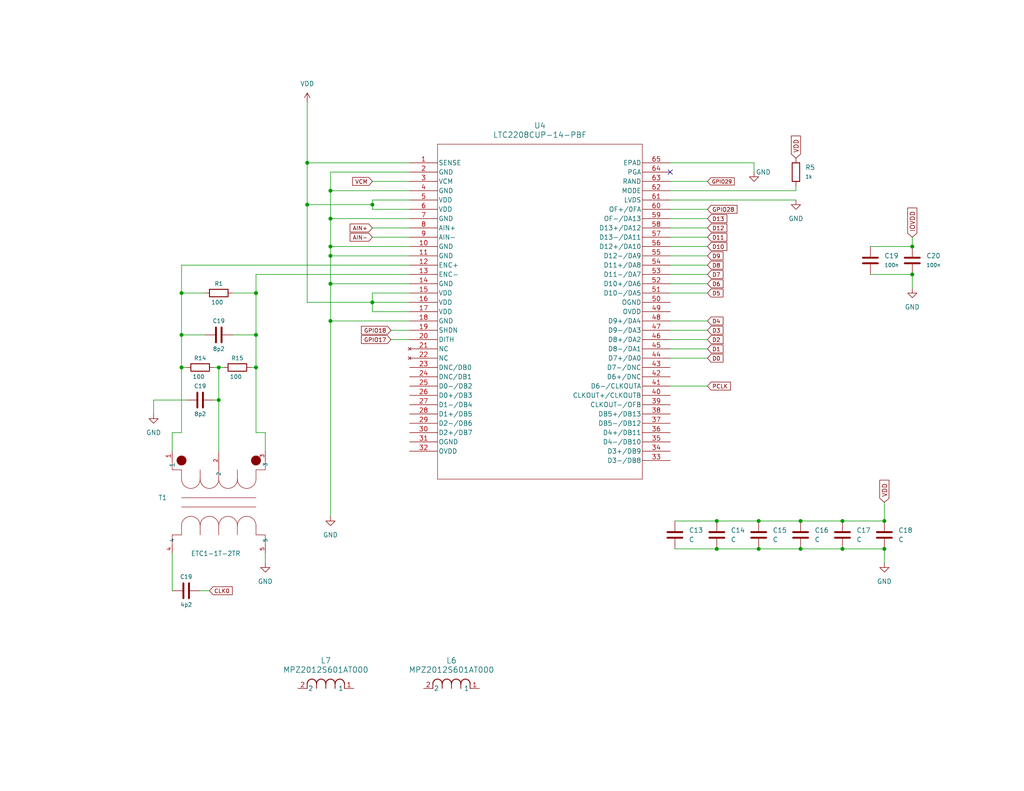
<source format=kicad_sch>
(kicad_sch (version 20230121) (generator eeschema)
  (paper "USLetter")
  (title_block (title "Analog to Digital conversion related components") (date "2023-06-25") (rev "0.1.0"))
  (lib_symbols
    (symbol "Device:C" (pin_numbers hide) (pin_names (offset 0.254))
      (property "Reference" "C" (at 0.635 2.54 0))
      (property "Value" "C" (at 0.635 -2.54 0))
      (symbol "C_0_1"
        (polyline (pts (xy -2.032 -0.762) (xy 2.032 -0.762)) (stroke (width 0.508)))
        (polyline (pts (xy -2.032 0.762) (xy 2.032 0.762)) (stroke (width 0.508)))
      )
      (symbol "C_1_1"
        (pin passive line (at 0 3.81 270) (length 2.794) (name "~") (number "1"))
        (pin passive line (at 0 -3.81 90) (length 2.794) (name "~") (number "2"))
      )
    )
    (symbol "Device:R" (pin_numbers hide) (pin_names (offset 0))
      (property "Reference" "R" (at 2.032 0 90))
      (property "Value" "R" (at 0 0 90))
      (symbol "R_0_1"
        (rectangle (start -1.016 -2.54) (end 1.016 2.54) (stroke (width 0.254)))
      )
      (symbol "R_1_1"
        (pin passive line (at 0 3.81 270) (length 1.27) (name "~") (number "1"))
        (pin passive line (at 0 -3.81 90) (length 1.27) (name "~") (number "2"))
      )
    )
    (symbol "ETC1-1T-2TR_1"
      (property "Reference" "T" (at 12.7 -12.7 0))
      (property "Value" "ETC1-1T-2TR" (at 6.35 -15.24 0))
      (symbol "ETC1-1T-2TR_1_0_1"
        (polyline (pts (xy 0 -10.16) (xy 0 -12.7)) (stroke (width 0.127)))
        (polyline (pts (xy 0 10.16) (xy 0 7.62)) (stroke (width 0.127)))
        (polyline (pts (xy 2.54 -10.16) (xy 0 -10.16)) (stroke (width 0.127)))
        (polyline (pts (xy 2.54 -7.62) (xy 2.54 -10.16)) (stroke (width 0.127)))
        (polyline (pts (xy 2.54 -2.54) (xy 22.86 -2.54)) (stroke (width 0.127)))
        (polyline (pts (xy 2.54 0) (xy 22.86 0)) (stroke (width 0.127)))
        (polyline (pts (xy 2.54 5.08) (xy 2.54 7.62)) (stroke (width 0.127)))
        (polyline (pts (xy 2.54 7.62) (xy 0 7.62)) (stroke (width 0.127)))
        (polyline (pts (xy 7.62 -7.62) (xy 7.62 -10.16)) (stroke (width 0.127)))
        (polyline (pts (xy 7.62 5.08) (xy 7.62 7.62)) (stroke (width 0.127)))
        (polyline (pts (xy 12.7 -7.62) (xy 12.7 -10.16)) (stroke (width 0.127)))
        (polyline (pts (xy 12.7 5.08) (xy 12.7 7.62)) (stroke (width 0.127)))
        (polyline (pts (xy 17.78 -7.62) (xy 17.78 -10.16)) (stroke (width 0.127)))
        (polyline (pts (xy 17.78 5.08) (xy 17.78 7.62)) (stroke (width 0.127)))
        (polyline (pts (xy 22.86 -10.16) (xy 25.4 -10.16)) (stroke (width 0.127)))
        (polyline (pts (xy 22.86 -7.62) (xy 22.86 -10.16)) (stroke (width 0.127)))
        (polyline (pts (xy 22.86 5.08) (xy 22.86 7.62)) (stroke (width 0.127)))
        (polyline (pts (xy 22.86 7.62) (xy 25.4 7.62)) (stroke (width 0.127)))
        (polyline (pts (xy 25.4 -12.7) (xy 25.4 -10.16)) (stroke (width 0.127)))
        (polyline (pts (xy 25.4 10.16) (xy 25.4 7.62)) (stroke (width 0.127)))
        (arc (start 2.54 5.08) (mid 5.08 2.551) (end 7.62 5.08) (stroke (width 0.127)))
        (arc (start 7.62 -7.62) (mid 5.08 -5.091) (end 2.54 -7.62) (stroke (width 0.127)))
        (arc (start 7.62 5.08) (mid 10.16 2.551) (end 12.7 5.08) (stroke (width 0.127)))
        (arc (start 12.7 -7.62) (mid 10.16 -5.091) (end 7.62 -7.62) (stroke (width 0.127)))
        (arc (start 12.7 5.08) (mid 15.24 2.551) (end 17.78 5.08) (stroke (width 0.127)))
        (arc (start 17.78 -7.62) (mid 15.24 -5.091) (end 12.7 -7.62) (stroke (width 0.127)))
        (arc (start 17.78 5.08) (mid 20.32 2.551) (end 22.86 5.08) (stroke (width 0.127)))
        (arc (start 22.86 -7.62) (mid 20.32 -5.091) (end 17.78 -7.62) (stroke (width 0.127)))
      )
      (symbol "ETC1-1T-2TR_1_1_1"
        (circle (center 2.54 10.16) (radius 1.27) (fill (type outline)))
        (circle (center 22.86 10.16) (radius 1.27) (fill (type outline)))
        (pin passive line (at 0 12.7 270) (length 2.54) (name "1") (number "1"))
        (pin passive line (at 12.7 12.7 270) (length 5.08) (name "2") (number "2"))
        (pin passive line (at 25.4 12.7 270) (length 2.54) (name "3") (number "3"))
        (pin passive line (at 0 -15.24 90) (length 2.54) (name "4") (number "4"))
        (pin passive line (at 25.4 -15.24 90) (length 2.54) (name "5") (number "5"))
      )
    )
    (symbol "HF103-redux:LTC2208CUP-14-PBF" (pin_names (offset 0.254))
      (property "Reference" "U" (at 35.56 10.16 0))
      (property "Value" "LTC2208CUP-14-PBF" (at 35.56 7.62 0))
      (symbol "LTC2208CUP-14-PBF_0_1"
        (polyline (pts (xy 7.62 -86.36) (xy 63.5 -86.36)) (stroke (width 0.127)))
        (polyline (pts (xy 7.62 5.08) (xy 7.62 -86.36)) (stroke (width 0.127)))
        (polyline (pts (xy 63.5 -86.36) (xy 63.5 5.08)) (stroke (width 0.127)))
        (polyline (pts (xy 63.5 5.08) (xy 7.62 5.08)) (stroke (width 0.127)))
        (pin input line (at 0 0 0) (length 7.62) (name "SENSE") (number "1"))
        (pin power_in line (at 0 -22.86 0) (length 7.62) (name "GND") (number "10"))
        (pin power_in line (at 0 -25.4 0) (length 7.62) (name "GND") (number "11"))
        (pin input line (at 0 -27.94 0) (length 7.62) (name "ENC+") (number "12"))
        (pin input line (at 0 -30.48 0) (length 7.62) (name "ENC-") (number "13"))
        (pin power_in line (at 0 -33.02 0) (length 7.62) (name "GND") (number "14"))
        (pin power_in line (at 0 -35.56 0) (length 7.62) (name "VDD") (number "15"))
        (pin power_in line (at 0 -38.1 0) (length 7.62) (name "VDD") (number "16"))
        (pin power_in line (at 0 -40.64 0) (length 7.62) (name "VDD") (number "17"))
        (pin power_in line (at 0 -43.18 0) (length 7.62) (name "GND") (number "18"))
        (pin unspecified line (at 0 -45.72 0) (length 7.62) (name "SHDN") (number "19"))
        (pin power_in line (at 0 -2.54 0) (length 7.62) (name "GND") (number "2"))
        (pin unspecified line (at 0 -48.26 0) (length 7.62) (name "DITH") (number "20"))
        (pin no_connect line (at 0 -50.8 0) (length 7.62) (name "NC") (number "21"))
        (pin no_connect line (at 0 -53.34 0) (length 7.62) (name "NC") (number "22"))
        (pin bidirectional line (at 0 -55.88 0) (length 7.62) (name "DNC/DB0") (number "23"))
        (pin bidirectional line (at 0 -58.42 0) (length 7.62) (name "DNC/DB1") (number "24"))
        (pin output line (at 0 -60.96 0) (length 7.62) (name "D0-/DB2") (number "25"))
        (pin output line (at 0 -63.5 0) (length 7.62) (name "D0+/DB3") (number "26"))
        (pin output line (at 0 -66.04 0) (length 7.62) (name "D1-/DB4") (number "27"))
        (pin output line (at 0 -68.58 0) (length 7.62) (name "D1+/DB5") (number "28"))
        (pin output line (at 0 -71.12 0) (length 7.62) (name "D2-/DB6") (number "29"))
        (pin output line (at 0 -5.08 0) (length 7.62) (name "VCM") (number "3"))
        (pin output line (at 0 -73.66 0) (length 7.62) (name "D2+/DB7") (number "30"))
        (pin power_in line (at 0 -76.2 0) (length 7.62) (name "OGND") (number "31"))
        (pin power_in line (at 0 -78.74 0) (length 7.62) (name "OVDD") (number "32"))
        (pin output line (at 71.12 -81.28 180) (length 7.62) (name "D3-/DB8") (number "33"))
        (pin output line (at 71.12 -78.74 180) (length 7.62) (name "D3+/DB9") (number "34"))
        (pin output line (at 71.12 -76.2 180) (length 7.62) (name "D4-/DB10") (number "35"))
        (pin output line (at 71.12 -73.66 180) (length 7.62) (name "D4+/DB11") (number "36"))
        (pin output line (at 71.12 -71.12 180) (length 7.62) (name "DB5-/DB12") (number "37"))
        (pin output line (at 71.12 -68.58 180) (length 7.62) (name "DB5+/DB13") (number "38"))
        (pin output line (at 71.12 -66.04 180) (length 7.62) (name "CLKOUT-/OFB") (number "39"))
        (pin power_in line (at 0 -7.62 0) (length 7.62) (name "GND") (number "4"))
        (pin output line (at 71.12 -63.5 180) (length 7.62) (name "CLKOUT+/CLKOUTB") (number "40"))
        (pin output line (at 71.12 -60.96 180) (length 7.62) (name "D6-/CLKOUTA") (number "41"))
        (pin bidirectional line (at 71.12 -58.42 180) (length 7.62) (name "D6+/DNC") (number "42"))
        (pin bidirectional line (at 71.12 -55.88 180) (length 7.62) (name "D7-/DNC") (number "43"))
        (pin output line (at 71.12 -53.34 180) (length 7.62) (name "D7+/DA0") (number "44"))
        (pin output line (at 71.12 -50.8 180) (length 7.62) (name "D8-/DA1") (number "45"))
        (pin output line (at 71.12 -48.26 180) (length 7.62) (name "D8+/DA2") (number "46"))
        (pin output line (at 71.12 -45.72 180) (length 7.62) (name "D9-/DA3") (number "47"))
        (pin output line (at 71.12 -43.18 180) (length 7.62) (name "D9+/DA4") (number "48"))
        (pin power_in line (at 71.12 -40.64 180) (length 7.62) (name "OVDD") (number "49"))
        (pin power_in line (at 0 -10.16 0) (length 7.62) (name "VDD") (number "5"))
        (pin power_in line (at 71.12 -38.1 180) (length 7.62) (name "OGND") (number "50"))
        (pin output line (at 71.12 -35.56 180) (length 7.62) (name "D10-/DA5") (number "51"))
        (pin output line (at 71.12 -33.02 180) (length 7.62) (name "D10+/DA6") (number "52"))
        (pin output line (at 71.12 -30.48 180) (length 7.62) (name "D11-/DA7") (number "53"))
        (pin output line (at 71.12 -27.94 180) (length 7.62) (name "D11+/DA8") (number "54"))
        (pin output line (at 71.12 -25.4 180) (length 7.62) (name "D12-/DA9") (number "55"))
        (pin output line (at 71.12 -22.86 180) (length 7.62) (name "D12+/DA10") (number "56"))
        (pin output line (at 71.12 -20.32 180) (length 7.62) (name "D13-/DA11") (number "57"))
        (pin output line (at 71.12 -17.78 180) (length 7.62) (name "D13+/DA12") (number "58"))
        (pin output line (at 71.12 -15.24 180) (length 7.62) (name "OF-/DA13") (number "59"))
        (pin power_in line (at 0 -12.7 0) (length 7.62) (name "VDD") (number "6"))
        (pin output line (at 71.12 -12.7 180) (length 7.62) (name "OF+/0FA") (number "60"))
        (pin output line (at 71.12 -10.16 180) (length 7.62) (name "LVDS") (number "61"))
        (pin output line (at 71.12 -7.62 180) (length 7.62) (name "MODE") (number "62"))
        (pin output line (at 71.12 -5.08 180) (length 7.62) (name "RAND") (number "63"))
        (pin input line (at 71.12 -2.54 180) (length 7.62) (name "PGA") (number "64"))
        (pin unspecified line (at 71.12 0 180) (length 7.62) (name "EPAD") (number "65"))
        (pin power_in line (at 0 -15.24 0) (length 7.62) (name "GND") (number "7"))
        (pin input line (at 0 -17.78 0) (length 7.62) (name "AIN+") (number "8"))
        (pin input line (at 0 -20.32 0) (length 7.62) (name "AIN-") (number "9"))
      )
    )
    (symbol "MPZ2012S601AT000:MPZ2012S601AT000" (pin_names (offset 0.254))
      (property "Reference" "L" (at 6.985 5.08 0))
      (property "Value" "MPZ2012S601AT000" (at 6.985 -2.54 0))
      (symbol "MPZ2012S601AT000_1_1"
        (polyline (pts (xy 2.54 0) (xy 2.54 1.27)) (stroke (width 0.2032)))
        (polyline (pts (xy 5.08 0) (xy 5.08 1.27)) (stroke (width 0.2032)))
        (polyline (pts (xy 7.62 0) (xy 7.62 1.27)) (stroke (width 0.2032)))
        (polyline (pts (xy 10.16 0) (xy 10.16 1.27)) (stroke (width 0.2032)))
        (polyline (pts (xy 12.7 0) (xy 12.7 1.27)) (stroke (width 0.2032)))
        (arc (start 5.08 1.27) (mid 3.81 2.5345) (end 2.54 1.27) (stroke (width 0.254)))
        (arc (start 7.62 1.27) (mid 6.35 2.5345) (end 5.08 1.27) (stroke (width 0.254)))
        (arc (start 10.16 1.27) (mid 8.89 2.5345) (end 7.62 1.27) (stroke (width 0.254)))
        (arc (start 12.7 1.27) (mid 11.43 2.5345) (end 10.16 1.27) (stroke (width 0.254)))
        (pin unspecified line (at 15.24 0 180) (length 2.54) (name "1") (number "1"))
        (pin unspecified line (at 0 0 0) (length 2.54) (name "2") (number "2"))
      )
      (symbol "MPZ2012S601AT000_1_2"
        (arc (start -1.27 5.08) (mid -2.5345 3.81) (end -1.27 2.54) (stroke (width 0.254)))
        (arc (start -1.27 7.62) (mid -2.5345 6.35) (end -1.27 5.08) (stroke (width 0.254)))
        (arc (start -1.27 10.16) (mid -2.5345 8.89) (end -1.27 7.62) (stroke (width 0.254)))
        (arc (start -1.27 12.7) (mid -2.5345 11.43) (end -1.27 10.16) (stroke (width 0.254)))
        (polyline (pts (xy 0 2.54) (xy -1.27 2.54)) (stroke (width 0.2032)))
        (polyline (pts (xy 0 5.08) (xy -1.27 5.08)) (stroke (width 0.2032)))
        (polyline (pts (xy 0 7.62) (xy -1.27 7.62)) (stroke (width 0.2032)))
        (polyline (pts (xy 0 10.16) (xy -1.27 10.16)) (stroke (width 0.2032)))
        (polyline (pts (xy 0 12.7) (xy -1.27 12.7)) (stroke (width 0.2032)))
        (pin unspecified line (at 0 15.24 270) (length 2.54) (name "1") (number "1"))
        (pin unspecified line (at 0 0 90) (length 2.54) (name "2") (number "2"))
      )
    )
    (symbol "power:GND" (power) (pin_names (offset 0))
      (property "Value" "GND" (at 0 -3.81 0))
      (symbol "GND_0_1"
        (polyline (pts (xy 0 0) (xy 0 -1.27) (xy 1.27 -1.27) (xy 0 -2.54) (xy -1.27 -1.27) (xy 0 -1.27)))
      )
      (symbol "GND_1_1"
        (pin power_in line (at 0 0 270) (length 0) hide (name "GND") (number "1"))
      )
    )
    (symbol "power:VDD" (power) (pin_names (offset 0))
      (property "Value" "VDD" (at 0 3.81 0))
      (symbol "VDD_0_1"
        (polyline (pts (xy -0.762 1.27) (xy 0 2.54)))
        (polyline (pts (xy 0 0) (xy 0 2.54)))
        (polyline (pts (xy 0 2.54) (xy 0.762 1.27)))
      )
      (symbol "VDD_1_1"
        (pin power_in line (at 0 0 90) (length 0) hide (name "VDD") (number "1"))
      )
    )
  )
  (junction (at 101.6 82.55))
  (junction (at 207.01 142.24))
  (junction (at 69.85 80.01))
  (junction (at 218.44 149.86))
  (junction (at 69.85 91.44))
  (junction (at 49.53 100.33))
  (junction (at 248.92 74.93))
  (junction (at 229.87 142.24))
  (junction (at 69.85 100.33))
  (junction (at 218.44 142.24))
  (junction (at 90.17 52.07))
  (junction (at 90.17 77.47))
  (junction (at 248.92 67.31))
  (junction (at 101.6 55.88))
  (junction (at 59.69 109.22))
  (junction (at 229.87 149.86))
  (junction (at 49.53 80.01))
  (junction (at 90.17 59.69))
  (junction (at 207.01 149.86))
  (junction (at 195.58 142.24))
  (junction (at 90.17 69.85))
  (junction (at 241.3 142.24))
  (junction (at 59.69 100.33))
  (junction (at 195.58 149.86))
  (junction (at 83.82 55.88))
  (junction (at 90.17 87.63))
  (junction (at 241.3 149.86))
  (junction (at 90.17 67.31))
  (junction (at 49.53 91.44))
  (junction (at 83.82 44.45))
  (no_connect (at 182.88 46.99))
  (wire (pts (xy 83.82 55.88) (xy 83.82 82.55)))
  (wire (pts (xy 101.6 49.53) (xy 111.76 49.53)))
  (wire (pts (xy 101.6 54.61) (xy 101.6 55.88)))
  (wire (pts (xy 101.6 85.09) (xy 111.76 85.09)))
  (wire (pts (xy 207.01 142.24) (xy 218.44 142.24)))
  (wire (pts (xy 41.91 109.22) (xy 41.91 113.03)))
  (wire (pts (xy 46.99 118.11) (xy 46.99 123.19)))
  (wire (pts (xy 72.39 151.13) (xy 72.39 153.67)))
  (wire (pts (xy 182.88 87.63) (xy 193.04 87.63)))
  (wire (pts (xy 101.6 64.77) (xy 111.76 64.77)))
  (wire (pts (xy 101.6 82.55) (xy 101.6 85.09)))
  (wire (pts (xy 101.6 54.61) (xy 111.76 54.61)))
  (wire (pts (xy 90.17 67.31) (xy 90.17 59.69)))
  (wire (pts (xy 217.17 50.8) (xy 217.17 52.07)))
  (wire (pts (xy 59.69 100.33) (xy 60.96 100.33)))
  (wire (pts (xy 182.88 54.61) (xy 217.17 54.61)))
  (wire (pts (xy 69.85 80.01) (xy 69.85 91.44)))
  (wire (pts (xy 182.88 92.71) (xy 193.04 92.71)))
  (wire (pts (xy 182.88 69.85) (xy 193.04 69.85)))
  (wire (pts (xy 90.17 140.97) (xy 90.17 87.63)))
  (wire (pts (xy 182.88 52.07) (xy 217.17 52.07)))
  (wire (pts (xy 101.6 80.01) (xy 101.6 82.55)))
  (wire (pts (xy 184.15 149.86) (xy 195.58 149.86)))
  (wire (pts (xy 83.82 44.45) (xy 111.76 44.45)))
  (wire (pts (xy 182.88 97.79) (xy 193.04 97.79)))
  (wire (pts (xy 182.88 90.17) (xy 193.04 90.17)))
  (wire (pts (xy 49.53 100.33) (xy 50.8 100.33)))
  (wire (pts (xy 59.69 109.22) (xy 59.69 123.19)))
  (wire (pts (xy 54.61 161.29) (xy 57.15 161.29)))
  (wire (pts (xy 182.88 95.25) (xy 193.04 95.25)))
  (wire (pts (xy 90.17 67.31) (xy 111.76 67.31)))
  (wire (pts (xy 195.58 142.24) (xy 207.01 142.24)))
  (wire (pts (xy 248.92 64.77) (xy 248.92 67.31)))
  (wire (pts (xy 207.01 149.86) (xy 218.44 149.86)))
  (wire (pts (xy 83.82 27.94) (xy 83.82 44.45)))
  (wire (pts (xy 184.15 142.24) (xy 195.58 142.24)))
  (wire (pts (xy 90.17 87.63) (xy 111.76 87.63)))
  (wire (pts (xy 69.85 100.33) (xy 69.85 118.11)))
  (wire (pts (xy 218.44 149.86) (xy 229.87 149.86)))
  (wire (pts (xy 241.3 149.86) (xy 241.3 153.67)))
  (wire (pts (xy 218.44 142.24) (xy 229.87 142.24)))
  (wire (pts (xy 90.17 87.63) (xy 90.17 77.47)))
  (wire (pts (xy 182.88 62.23) (xy 193.04 62.23)))
  (wire (pts (xy 90.17 52.07) (xy 90.17 46.99)))
  (wire (pts (xy 101.6 55.88) (xy 101.6 57.15)))
  (wire (pts (xy 182.88 77.47) (xy 193.04 77.47)))
  (wire (pts (xy 90.17 69.85) (xy 111.76 69.85)))
  (wire (pts (xy 241.3 137.16) (xy 241.3 142.24)))
  (wire (pts (xy 90.17 52.07) (xy 111.76 52.07)))
  (wire (pts (xy 111.76 72.39) (xy 49.53 72.39)))
  (wire (pts (xy 90.17 59.69) (xy 111.76 59.69)))
  (wire (pts (xy 90.17 69.85) (xy 90.17 67.31)))
  (wire (pts (xy 182.88 80.01) (xy 193.04 80.01)))
  (wire (pts (xy 49.53 91.44) (xy 49.53 100.33)))
  (wire (pts (xy 90.17 77.47) (xy 111.76 77.47)))
  (wire (pts (xy 182.88 57.15) (xy 193.04 57.15)))
  (wire (pts (xy 182.88 74.93) (xy 193.04 74.93)))
  (wire (pts (xy 182.88 64.77) (xy 193.04 64.77)))
  (wire (pts (xy 106.68 90.17) (xy 111.76 90.17)))
  (wire (pts (xy 182.88 44.45) (xy 205.74 44.45)))
  (wire (pts (xy 106.68 92.71) (xy 111.76 92.71)))
  (wire (pts (xy 72.39 118.11) (xy 72.39 123.19)))
  (wire (pts (xy 46.99 118.11) (xy 49.53 118.11)))
  (wire (pts (xy 63.5 80.01) (xy 69.85 80.01)))
  (wire (pts (xy 58.42 109.22) (xy 59.69 109.22)))
  (wire (pts (xy 229.87 149.86) (xy 241.3 149.86)))
  (wire (pts (xy 50.8 109.22) (xy 41.91 109.22)))
  (wire (pts (xy 69.85 91.44) (xy 69.85 100.33)))
  (wire (pts (xy 83.82 55.88) (xy 101.6 55.88)))
  (wire (pts (xy 90.17 59.69) (xy 90.17 52.07)))
  (wire (pts (xy 90.17 46.99) (xy 111.76 46.99)))
  (wire (pts (xy 248.92 74.93) (xy 248.92 78.74)))
  (wire (pts (xy 63.5 91.44) (xy 69.85 91.44)))
  (wire (pts (xy 101.6 57.15) (xy 111.76 57.15)))
  (wire (pts (xy 237.49 67.31) (xy 248.92 67.31)))
  (wire (pts (xy 111.76 74.93) (xy 69.85 74.93)))
  (wire (pts (xy 46.99 151.13) (xy 46.99 161.29)))
  (wire (pts (xy 237.49 74.93) (xy 248.92 74.93)))
  (wire (pts (xy 49.53 80.01) (xy 49.53 91.44)))
  (wire (pts (xy 49.53 91.44) (xy 55.88 91.44)))
  (wire (pts (xy 182.88 59.69) (xy 193.04 59.69)))
  (wire (pts (xy 101.6 82.55) (xy 111.76 82.55)))
  (wire (pts (xy 101.6 80.01) (xy 111.76 80.01)))
  (wire (pts (xy 182.88 49.53) (xy 193.04 49.53)))
  (wire (pts (xy 49.53 80.01) (xy 55.88 80.01)))
  (wire (pts (xy 68.58 100.33) (xy 69.85 100.33)))
  (wire (pts (xy 205.74 44.45) (xy 205.74 46.99)))
  (wire (pts (xy 69.85 74.93) (xy 69.85 80.01)))
  (wire (pts (xy 101.6 62.23) (xy 111.76 62.23)))
  (wire (pts (xy 90.17 77.47) (xy 90.17 69.85)))
  (wire (pts (xy 59.69 100.33) (xy 59.69 109.22)))
  (wire (pts (xy 49.53 72.39) (xy 49.53 80.01)))
  (wire (pts (xy 195.58 149.86) (xy 207.01 149.86)))
  (wire (pts (xy 229.87 142.24) (xy 241.3 142.24)))
  (wire (pts (xy 182.88 67.31) (xy 193.04 67.31)))
  (wire (pts (xy 182.88 72.39) (xy 193.04 72.39)))
  (wire (pts (xy 182.88 105.41) (xy 193.04 105.41)))
  (wire (pts (xy 83.82 44.45) (xy 83.82 55.88)))
  (wire (pts (xy 69.85 118.11) (xy 72.39 118.11)))
  (wire (pts (xy 83.82 82.55) (xy 101.6 82.55)))
  (wire (pts (xy 49.53 100.33) (xy 49.53 118.11)))
  (wire (pts (xy 58.42 100.33) (xy 59.69 100.33)))
  (global_label "D7" (shape input) (at 193.04 74.93 0) (effects (font (size 1.1 1.1))) (property "Intersheetrefs" "${INTERSHEET_REFS}" (effects hide)))
  (global_label "D11" (shape input) (at 193.04 64.77 0) (effects (font (size 1.1 1.1))) (property "Intersheetrefs" "${INTERSHEET_REFS}" (effects hide)))
  (global_label "D0" (shape input) (at 193.04 97.79 0) (effects (font (size 1.1 1.1))) (property "Intersheetrefs" "${INTERSHEET_REFS}" (effects hide)))
  (global_label "IOVDD" (shape input) (at 248.92 64.77 90) (property "Intersheetrefs" "${INTERSHEET_REFS}" (effects hide)))
  (global_label "D8" (shape input) (at 193.04 72.39 0) (effects (font (size 1.1 1.1))) (property "Intersheetrefs" "${INTERSHEET_REFS}" (effects hide)))
  (global_label "D2" (shape input) (at 193.04 92.71 0) (effects (font (size 1.1 1.1))) (property "Intersheetrefs" "${INTERSHEET_REFS}" (effects hide)))
  (global_label "GPIO29" (shape input) (at 193.04 49.53 0) (effects (font (size 1 1))) (property "Intersheetrefs" "${INTERSHEET_REFS}" (effects hide)))
  (global_label "D4" (shape input) (at 193.04 87.63 0) (effects (font (size 1.1 1.1))) (property "Intersheetrefs" "${INTERSHEET_REFS}" (effects hide)))
  (global_label "VDD" (shape input) (at 241.3 137.16 90) (property "Intersheetrefs" "${INTERSHEET_REFS}" (effects hide)))
  (global_label "VCM" (shape input) (at 101.6 49.53 180) (effects (font (size 1.1 1.1))) (property "Intersheetrefs" "${INTERSHEET_REFS}" (effects hide)))
  (global_label "D13" (shape input) (at 193.04 59.69 0) (effects (font (size 1.1 1.1))) (property "Intersheetrefs" "${INTERSHEET_REFS}" (effects hide)))
  (global_label "D3" (shape input) (at 193.04 90.17 0) (effects (font (size 1.1 1.1))) (property "Intersheetrefs" "${INTERSHEET_REFS}" (effects hide)))
  (global_label "CLK0" (shape input) (at 57.15 161.29 0) (effects (font (size 1.1 1.1))) (property "Intersheetrefs" "${INTERSHEET_REFS}" (effects hide)))
  (global_label "D12" (shape input) (at 193.04 62.23 0) (effects (font (size 1.1 1.1))) (property "Intersheetrefs" "${INTERSHEET_REFS}" (effects hide)))
  (global_label "GPIO17" (shape input) (at 106.68 92.71 180) (effects (font (size 1.1 1.1))) (property "Intersheetrefs" "${INTERSHEET_REFS}" (effects hide)))
  (global_label "AIN-" (shape input) (at 101.6 64.77 180) (effects (font (size 1.1 1.1))) (property "Intersheetrefs" "${INTERSHEET_REFS}" (effects hide)))
  (global_label "VDD" (shape input) (at 217.17 43.18 90) (property "Intersheetrefs" "${INTERSHEET_REFS}" (effects hide)))
  (global_label "D1" (shape input) (at 193.04 95.25 0) (effects (font (size 1.1 1.1))) (property "Intersheetrefs" "${INTERSHEET_REFS}" (effects hide)))
  (global_label "GPIO28" (shape input) (at 193.04 57.15 0) (effects (font (size 1.1 1.1))) (property "Intersheetrefs" "${INTERSHEET_REFS}" (effects hide)))
  (global_label "D10" (shape input) (at 193.04 67.31 0) (effects (font (size 1.1 1.1))) (property "Intersheetrefs" "${INTERSHEET_REFS}" (effects hide)))
  (global_label "PCLK" (shape input) (at 193.04 105.41 0) (effects (font (size 1.1 1.1))) (property "Intersheetrefs" "${INTERSHEET_REFS}" (effects hide)))
  (global_label "D9" (shape input) (at 193.04 69.85 0) (effects (font (size 1.1 1.1))) (property "Intersheetrefs" "${INTERSHEET_REFS}" (effects hide)))
  (global_label "GPIO18" (shape input) (at 106.68 90.17 180) (effects (font (size 1.1 1.1))) (property "Intersheetrefs" "${INTERSHEET_REFS}" (effects hide)))
  (global_label "D5" (shape input) (at 193.04 80.01 0) (effects (font (size 1.1 1.1))) (property "Intersheetrefs" "${INTERSHEET_REFS}" (effects hide)))
  (global_label "AIN+" (shape input) (at 101.6 62.23 180) (effects (font (size 1.1 1.1))) (property "Intersheetrefs" "${INTERSHEET_REFS}" (effects hide)))
  (global_label "D6" (shape input) (at 193.04 77.47 0) (effects (font (size 1.1 1.1))) (property "Intersheetrefs" "${INTERSHEET_REFS}" (effects hide)))
  (symbol (lib_id "Device:R") (at 54.61 100.33 90) (unit 1)
    (property "Reference" "R14" (at 54.61 97.79 90) (effects (font (size 1.1 1.1))))
    (property "Value" "100 " (at 54.61 102.87 90) (effects (font (size 1.1 1.1))))
    (property "Footprint" "Resistor_SMD:R_0612_1632Metric" (effects hide))
  )
  (symbol (lib_id "Device:C") (at 229.87 146.05 0) (unit 1)
    (property "Reference" "C17" (at 233.68 144.78 0) (effects (justify left)))
    (property "Value" "C" (at 233.68 147.32 0) (effects (justify left)))
    (property "Footprint" "Capacitor_SMD:C_0805_2012Metric_Pad1.18x1.45mm_HandSolder" (effects hide))
  )
  (symbol (lib_id "MPZ2012S601AT000:MPZ2012S601AT000") (at 81.28 187.96 0) (unit 1)
    (property "Reference" "L7" (at 88.9 180.34 0) (effects (font (size 1.524 1.524))))
    (property "Value" "MPZ2012S601AT000" (at 88.9 182.88 0) (effects (font (size 1.524 1.524))))
    (property "Footprint" "IND_2012_TDK" (effects hide))
    (property "Datasheet" "MPZ2012S601AT000" (effects hide))
  )
  (symbol (lib_id "Device:C") (at 237.49 71.12 0) (unit 1)
    (property "Reference" "C19" (at 241.3 69.85 0) (effects (justify left)))
    (property "Value" "100n" (at 241.3 72.3899 0) (effects (font (size 1 1)) (justify left)))
    (property "Footprint" "Capacitor_SMD:C_0805_2012Metric_Pad1.18x1.45mm_HandSolder" (effects hide))
    (instances (project "HF103-redux" (path "" (reference "C19") (unit 1)) (path "" (reference "C65") (unit 1))))
  )
  (symbol (lib_id "Device:C") (at 195.58 146.05 0) (unit 1)
    (property "Reference" "C14" (at 199.39 144.78 0) (effects (justify left)))
    (property "Value" "C" (at 199.39 147.32 0) (effects (justify left)))
    (property "Footprint" "Capacitor_SMD:C_0805_2012Metric_Pad1.18x1.45mm_HandSolder" (effects hide))
  )
  (symbol (lib_id "Device:C") (at 59.69 91.44 90) (unit 1)
    (property "Reference" "C19" (at 59.69 87.63 90) (effects (font (size 1.1 1.1))))
    (property "Value" "8p2" (at 59.69 95.25 90) (effects (font (size 1.1 1.1))))
    (property "Footprint" "Capacitor_SMD:C_0805_2012Metric_Pad1.18x1.45mm_HandSolder" (effects hide))
    (instances (project "HF103-redux" (path "" (reference "C19") (unit 1)) (path "" (reference "C48") (unit 1))))
  )
  (symbol (lib_id "power:GND") (at 72.39 153.67 0) (unit 1)
    (property "Reference" "#PWR033" (effects hide))
    (property "Value" "GND" (at 72.39 158.75 0))
  )
  (symbol (lib_id "power:GND") (at 248.92 78.74 0) (unit 1)
    (property "Reference" "#PWR020" (effects hide))
    (property "Value" "GND" (at 248.92 83.82 0))
    (instances (project "HF103-redux" (path "" (reference "#PWR020") (unit 1)) (path "" (reference "#PWR021") (unit 1))))
  )
  (symbol (lib_id "Device:C") (at 207.01 146.05 0) (unit 1)
    (property "Reference" "C15" (at 210.82 144.78 0) (effects (justify left)))
    (property "Value" "C" (at 210.82 147.32 0) (effects (justify left)))
    (property "Footprint" "Capacitor_SMD:C_0805_2012Metric_Pad1.18x1.45mm_HandSolder" (effects hide))
  )
  (symbol (lib_id "Device:R") (at 59.69 80.01 90) (unit 1)
    (property "Reference" "R1" (at 59.69 77.47 90) (effects (font (size 1.1 1.1))))
    (property "Value" "100 " (at 59.69 82.55 90) (effects (font (size 1.1 1.1))))
    (property "Footprint" "Resistor_SMD:R_0612_1632Metric" (effects hide))
  )
  (symbol (lib_id "Device:R") (at 64.77 100.33 90) (unit 1)
    (property "Reference" "R15" (at 64.77 97.79 90) (effects (font (size 1.1 1.1))))
    (property "Value" "100 " (at 64.77 102.87 90) (effects (font (size 1.1 1.1))))
    (property "Footprint" "Resistor_SMD:R_0612_1632Metric" (effects hide))
  )
  (symbol (lib_id "power:GND") (at 241.3 153.67 0) (unit 1)
    (property "Reference" "#PWR018" (effects hide))
    (property "Value" "GND" (at 241.3 158.75 0))
  )
  (symbol (lib_id "Device:C") (at 54.61 109.22 90) (unit 1)
    (property "Reference" "C19" (at 54.61 105.41 90) (effects (font (size 1.1 1.1))))
    (property "Value" "8p2" (at 54.61 113.03 90) (effects (font (size 1.1 1.1))))
    (property "Footprint" "Capacitor_SMD:C_0805_2012Metric_Pad1.18x1.45mm_HandSolder" (effects hide))
    (instances (project "HF103-redux" (path "" (reference "C19") (unit 1)) (path "" (reference "C49") (unit 1))))
  )
  (symbol (lib_id "Device:C") (at 50.8 161.29 90) (unit 1)
    (property "Reference" "C19" (at 50.8 157.48 90) (effects (font (size 1.1 1.1))))
    (property "Value" "4p2" (at 50.8 165.1 90) (effects (font (size 1.1 1.1))))
    (property "Footprint" "Capacitor_SMD:C_0805_2012Metric_Pad1.18x1.45mm_HandSolder" (effects hide))
    (instances (project "HF103-redux" (path "" (reference "C19") (unit 1)) (path "" (reference "C51") (unit 1))))
  )
  (symbol (lib_id "Device:R") (at 217.17 46.99 0) (unit 1)
    (property "Reference" "R5" (at 219.71 45.72 0) (effects (justify left)))
    (property "Value" "1k" (at 219.71 48.26 0) (effects (font (size 1 1)) (justify left)))
    (property "Footprint" "Resistor_SMD:R_0603_1608Metric_Pad0.98x0.95mm_HandSolder" (effects hide))
  )
  (symbol (lib_id "MPZ2012S601AT000:MPZ2012S601AT000") (at 115.57 187.96 0) (unit 1)
    (property "Reference" "L6" (at 123.19 180.34 0) (effects (font (size 1.524 1.524))))
    (property "Value" "MPZ2012S601AT000" (at 123.19 182.88 0) (effects (font (size 1.524 1.524))))
    (property "Footprint" "IND_2012_TDK" (effects hide))
    (property "Datasheet" "MPZ2012S601AT000" (effects hide))
  )
  (symbol (lib_id "Device:C") (at 218.44 146.05 0) (unit 1)
    (property "Reference" "C16" (at 222.25 144.78 0) (effects (justify left)))
    (property "Value" "C" (at 222.25 147.32 0) (effects (justify left)))
    (property "Footprint" "Capacitor_SMD:C_0805_2012Metric_Pad1.18x1.45mm_HandSolder" (effects hide))
  )
  (symbol (lib_id "power:GND") (at 90.17 140.97 0) (unit 1)
    (property "Reference" "#PWR022" (effects hide))
    (property "Value" "GND" (at 90.17 146.05 0))
  )
  (symbol (lib_id "Device:C") (at 184.15 146.05 0) (unit 1)
    (property "Reference" "C13" (at 187.96 144.78 0) (effects (justify left)))
    (property "Value" "C" (at 187.96 147.32 0) (effects (justify left)))
    (property "Footprint" "Capacitor_SMD:C_0805_2012Metric_Pad1.18x1.45mm_HandSolder" (effects hide))
  )
  (symbol (lib_id "power:GND") (at 205.74 46.99 0) (unit 1)
    (property "Reference" "#PWR042" (effects hide))
    (property "Value" "GND" (at 208.28 46.99 0))
  )
  (symbol (lib_id "power:VDD") (at 83.82 27.94 0) (unit 1)
    (property "Reference" "#PWR01" (effects hide))
    (property "Value" "VDD" (at 83.82 22.86 0))
  )
  (symbol (lib_id "Device:C") (at 248.92 71.12 0) (unit 1)
    (property "Reference" "C20" (at 252.73 69.85 0) (effects (justify left)))
    (property "Value" "100n" (at 252.73 72.3899 0) (effects (font (size 1 1)) (justify left)))
    (property "Footprint" "Capacitor_SMD:C_0805_2012Metric_Pad1.18x1.45mm_HandSolder" (effects hide))
    (instances (project "HF103-redux" (path "" (reference "C20") (unit 1)) (path "" (reference "C66") (unit 1))))
  )
  (symbol (lib_id "power:GND") (at 41.91 113.03 0) (unit 1)
    (property "Reference" "#PWR032" (effects hide))
    (property "Value" "GND" (at 41.91 118.11 0))
  )
  (symbol (lib_id "power:GND") (at 217.17 54.61 0) (unit 1)
    (property "Reference" "#PWR024" (effects hide))
    (property "Value" "GND" (at 217.17 59.69 0))
  )
  (symbol (lib_id "Device:C") (at 241.3 146.05 0) (unit 1)
    (property "Reference" "C18" (at 245.11 144.78 0) (effects (justify left)))
    (property "Value" "C" (at 245.11 147.32 0) (effects (justify left)))
    (property "Footprint" "Capacitor_SMD:C_0805_2012Metric_Pad1.18x1.45mm_HandSolder" (effects hide))
    (instances (project "HF103-redux" (path "" (reference "C18") (unit 1)) (path "" (reference "C19") (unit 1))))
  )
  (symbol (lib_name "ETC1-1T-2TR_1") (lib_id "MACOM_ETC1-1T-2TR:ETC1-1T-2TR") (at 46.99 135.89 0) (unit 1)
    (property "Reference" "T1" (at 43.18 135.89 0) (effects (justify left)))
    (property "Value" "ETC1-1T-2TR" (at 52.07 151.13 0) (effects (justify left)))
    (property "Footprint" "MACOM_ETC1-1T-2TR:ETC1-1-13TR_MCM" (effects hide))
    (property "Datasheet" "https://cdn.macom.com/datasheets/ETC4-1-2-TR.pdf" (effects hide))
    (property "Mouser Part Number" "937-ETC1-1T-2" (effects hide))
    (property "Mouser Price/Stock" "https://cdn.macom.com/datasheets/ETC4-1-2-TR.pdf" (effects hide))
    (property "Manufacturer_Name" "MACOM" (effects hide))
    (property "Manufacturer_Part_Number" "ETC1-1T-2TR" (effects hide))
  )
  (symbol (lib_id "HF103-redux:LTC2208CUP-14-PBF") (at 111.76 44.45 0) (unit 1)
    (property "Reference" "U4" (at 147.32 34.29 0) (effects (font (size 1.524 1.524))))
    (property "Value" "LTC2208CUP-14-PBF" (at 147.32 36.83 0) (effects (font (size 1.524 1.524))))
    (property "Footprint" "Package_DFN_QFN:QFN-64-1EP_9x9mm_P0.5mm_EP4.35x4.35mm_ThermalVias" (effects hide))
    (property "Datasheet" "https://www.analog.com/media/en/technical-documentation/data-sheets/220814fb.pdf" (effects hide))
  )
)
</source>
